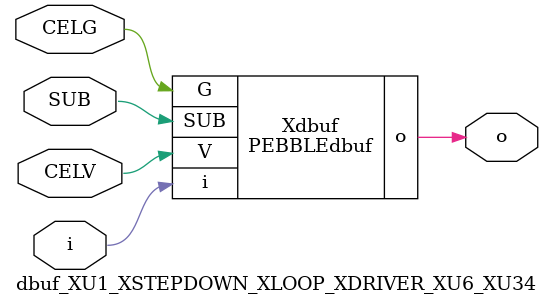
<source format=v>



module PEBBLEdbuf ( o, G, SUB, V, i );

  input V;
  input i;
  input G;
  output o;
  input SUB;
endmodule

//Celera Confidential Do Not Copy dbuf_XU1_XSTEPDOWN_XLOOP_XDRIVER_XU6_XU34
//Celera Confidential Symbol Generator
//Digital Buffer
module dbuf_XU1_XSTEPDOWN_XLOOP_XDRIVER_XU6_XU34 (CELV,CELG,i,o,SUB);
input CELV;
input CELG;
input i;
input SUB;
output o;

//Celera Confidential Do Not Copy dbuf
PEBBLEdbuf Xdbuf(
.V (CELV),
.i (i),
.o (o),
.SUB (SUB),
.G (CELG)
);
//,diesize,PEBBLEdbuf

//Celera Confidential Do Not Copy Module End
//Celera Schematic Generator
endmodule

</source>
